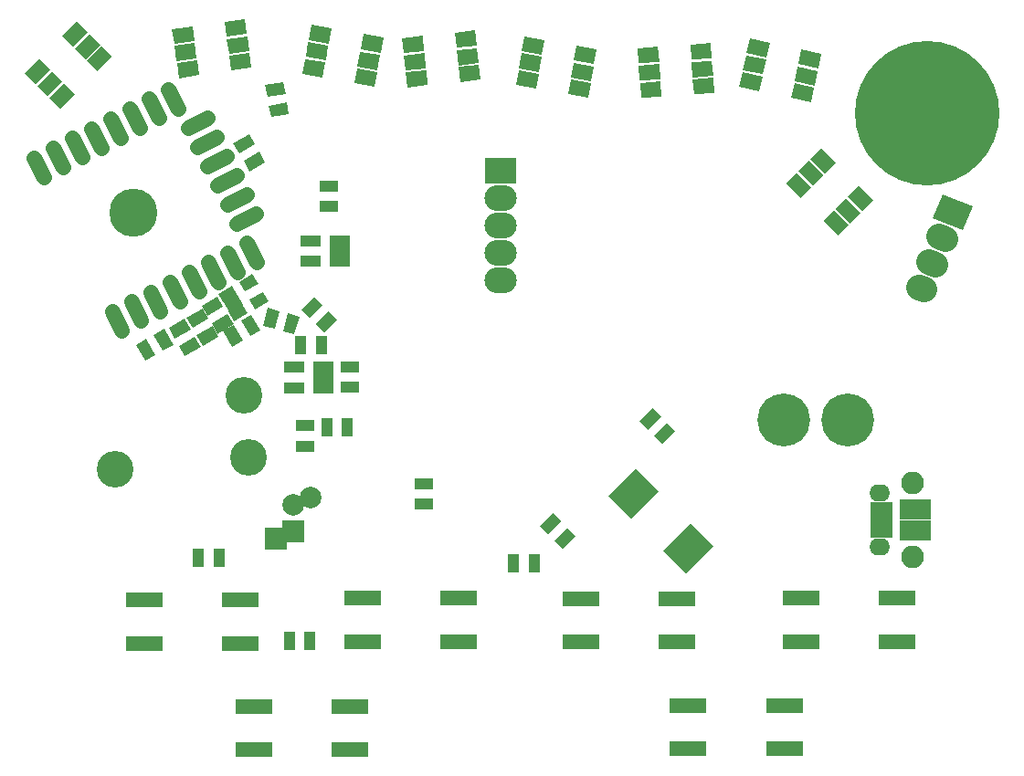
<source format=gts>
G04 #@! TF.FileFunction,Soldermask,Top*
%FSLAX46Y46*%
G04 Gerber Fmt 4.6, Leading zero omitted, Abs format (unit mm)*
G04 Created by KiCad (PCBNEW 4.0.7-e2-6376~58~ubuntu16.04.1) date Fri Apr 20 01:19:44 2018*
%MOMM*%
%LPD*%
G01*
G04 APERTURE LIST*
%ADD10C,0.100000*%
%ADD11C,4.464000*%
%ADD12R,1.100000X1.700000*%
%ADD13R,1.700000X1.100000*%
%ADD14C,1.400000*%
%ADD15C,2.400000*%
%ADD16R,2.000000X2.000000*%
%ADD17C,2.000000*%
%ADD18R,1.960000X1.050000*%
%ADD19R,3.500000X1.400000*%
%ADD20C,4.900000*%
%ADD21R,2.050000X0.800000*%
%ADD22O,1.900000X1.600000*%
%ADD23O,2.100000X2.100000*%
%ADD24R,2.900000X1.830000*%
%ADD25C,13.400000*%
%ADD26R,3.000000X2.400000*%
%ADD27O,3.000000X2.400000*%
%ADD28C,3.400000*%
G04 APERTURE END LIST*
D10*
D11*
X101080000Y-50100000D03*
D12*
X116590000Y-62410000D03*
X118490000Y-62410000D03*
D10*
G36*
X106013878Y-59845962D02*
X107486122Y-58995962D01*
X108036122Y-59948590D01*
X106563878Y-60798590D01*
X106013878Y-59845962D01*
X106013878Y-59845962D01*
G37*
G36*
X106963878Y-61491410D02*
X108436122Y-60641410D01*
X108986122Y-61594038D01*
X107513878Y-62444038D01*
X106963878Y-61491410D01*
X106963878Y-61491410D01*
G37*
D12*
X119020000Y-70000000D03*
X120920000Y-70000000D03*
D13*
X121170000Y-64400000D03*
X121170000Y-66300000D03*
D10*
G36*
X113306122Y-45414038D02*
X111833878Y-46264038D01*
X111283878Y-45311410D01*
X112756122Y-44461410D01*
X113306122Y-45414038D01*
X113306122Y-45414038D01*
G37*
G36*
X112356122Y-43768590D02*
X110883878Y-44618590D01*
X110333878Y-43665962D01*
X111806122Y-42815962D01*
X112356122Y-43768590D01*
X112356122Y-43768590D01*
G37*
D13*
X119220000Y-49510000D03*
X119220000Y-47610000D03*
D14*
X100012894Y-61041031D02*
X99104914Y-59259017D01*
X101794907Y-60133050D02*
X100886927Y-58351036D01*
X103576921Y-59225069D02*
X102668941Y-57443055D01*
X105358934Y-58317088D02*
X104450954Y-56535074D01*
X107140947Y-57409107D02*
X106232967Y-55627093D01*
X108922960Y-56501126D02*
X108014980Y-54719112D01*
X110704973Y-55593145D02*
X109796993Y-53811131D01*
X112486986Y-54685164D02*
X111579006Y-52903150D01*
X112453038Y-50213157D02*
X110671024Y-51121137D01*
X111545057Y-48431144D02*
X109763043Y-49339124D01*
X110637076Y-46649131D02*
X108855062Y-47557111D01*
X109729095Y-44867117D02*
X107947081Y-45775097D01*
X108821114Y-43085104D02*
X107039100Y-43993084D01*
X107913133Y-41303091D02*
X106131119Y-42211071D01*
X104315158Y-38647045D02*
X105223138Y-40429059D01*
X102533145Y-39555026D02*
X103441125Y-41337040D01*
X100751132Y-40463007D02*
X101659112Y-42245021D01*
X98969119Y-41370988D02*
X99877099Y-43153002D01*
X97187106Y-42278969D02*
X98095086Y-44060983D01*
X95405093Y-43186950D02*
X96313073Y-44968964D01*
X93623079Y-44094931D02*
X94531059Y-45876945D01*
X91841066Y-45002912D02*
X92749046Y-46784926D01*
D10*
G36*
X176068752Y-48395469D02*
X178850304Y-49519289D01*
X177951248Y-51744531D01*
X175169696Y-50620711D01*
X176068752Y-48395469D01*
X176068752Y-48395469D01*
G37*
D15*
X176336654Y-52537429D02*
X175780344Y-52312665D01*
X175385154Y-54892476D02*
X174828844Y-54667712D01*
X174433653Y-57247523D02*
X173877343Y-57022759D01*
D16*
X115900000Y-79680000D03*
D17*
X115900000Y-77180000D03*
D16*
X114300000Y-80350937D03*
D17*
X117500000Y-76509063D03*
D10*
G36*
X116448885Y-59727192D02*
X116008893Y-61369265D01*
X114946375Y-61084564D01*
X115386367Y-59442491D01*
X116448885Y-59727192D01*
X116448885Y-59727192D01*
G37*
G36*
X114613625Y-59235436D02*
X114173633Y-60877509D01*
X113111115Y-60592808D01*
X113551107Y-58950735D01*
X114613625Y-59235436D01*
X114613625Y-59235436D01*
G37*
G36*
X115507559Y-40949610D02*
X113833386Y-41244812D01*
X113642373Y-40161524D01*
X115316546Y-39866322D01*
X115507559Y-40949610D01*
X115507559Y-40949610D01*
G37*
G36*
X115177627Y-39078476D02*
X113503454Y-39373678D01*
X113312441Y-38290390D01*
X114986614Y-37995188D01*
X115177627Y-39078476D01*
X115177627Y-39078476D01*
G37*
D12*
X136320000Y-82600000D03*
X138220000Y-82600000D03*
D13*
X116960000Y-69840000D03*
X116960000Y-71740000D03*
X128020000Y-77150000D03*
X128020000Y-75250000D03*
D18*
X118720000Y-66320000D03*
X118720000Y-65370000D03*
X118720000Y-64420000D03*
X116020000Y-64420000D03*
X116020000Y-66320000D03*
X120210000Y-54590000D03*
X120210000Y-53640000D03*
X120210000Y-52690000D03*
X117510000Y-52690000D03*
X117510000Y-54590000D03*
D10*
G36*
X98100559Y-34622233D02*
X99090508Y-35612182D01*
X97747005Y-36955685D01*
X96757056Y-35965736D01*
X98100559Y-34622233D01*
X98100559Y-34622233D01*
G37*
G36*
X97004544Y-33526218D02*
X97994493Y-34516167D01*
X96650990Y-35859670D01*
X95661041Y-34869721D01*
X97004544Y-33526218D01*
X97004544Y-33526218D01*
G37*
G36*
X95837818Y-32359492D02*
X96827767Y-33349441D01*
X95484264Y-34692944D01*
X94494315Y-33702995D01*
X95837818Y-32359492D01*
X95837818Y-32359492D01*
G37*
G36*
X92372995Y-35824315D02*
X93362944Y-36814264D01*
X92019441Y-38157767D01*
X91029492Y-37167818D01*
X92372995Y-35824315D01*
X92372995Y-35824315D01*
G37*
G36*
X93504365Y-36955686D02*
X94494314Y-37945635D01*
X93150811Y-39289138D01*
X92160862Y-38299189D01*
X93504365Y-36955686D01*
X93504365Y-36955686D01*
G37*
G36*
X94635736Y-38087056D02*
X95625685Y-39077005D01*
X94282182Y-40420508D01*
X93292233Y-39430559D01*
X94635736Y-38087056D01*
X94635736Y-38087056D01*
G37*
G36*
X111842167Y-35288053D02*
X112037010Y-36674428D01*
X110155501Y-36938857D01*
X109960658Y-35552482D01*
X111842167Y-35288053D01*
X111842167Y-35288053D01*
G37*
G36*
X111626448Y-33753137D02*
X111821291Y-35139512D01*
X109939782Y-35403941D01*
X109744939Y-34017566D01*
X111626448Y-33753137D01*
X111626448Y-33753137D01*
G37*
G36*
X111396813Y-32119195D02*
X111591656Y-33505570D01*
X109710147Y-33769999D01*
X109515304Y-32383624D01*
X111396813Y-32119195D01*
X111396813Y-32119195D01*
G37*
G36*
X106544499Y-32801143D02*
X106739342Y-34187518D01*
X104857833Y-34451947D01*
X104662990Y-33065572D01*
X106544499Y-32801143D01*
X106544499Y-32801143D01*
G37*
G36*
X106767176Y-34385572D02*
X106962019Y-35771947D01*
X105080510Y-36036376D01*
X104885667Y-34650001D01*
X106767176Y-34385572D01*
X106767176Y-34385572D01*
G37*
G36*
X106989853Y-35970001D02*
X107184696Y-37356376D01*
X105303187Y-37620805D01*
X105108344Y-36234430D01*
X106989853Y-35970001D01*
X106989853Y-35970001D01*
G37*
G36*
X123702063Y-37026730D02*
X123458956Y-38405461D01*
X121587821Y-38075530D01*
X121830928Y-36696799D01*
X123702063Y-37026730D01*
X123702063Y-37026730D01*
G37*
G36*
X123971218Y-35500278D02*
X123728111Y-36879009D01*
X121856976Y-36549078D01*
X122100083Y-35170347D01*
X123971218Y-35500278D01*
X123971218Y-35500278D01*
G37*
G36*
X124257737Y-33875346D02*
X124014630Y-35254077D01*
X122143495Y-34924146D01*
X122386602Y-33545415D01*
X124257737Y-33875346D01*
X124257737Y-33875346D01*
G37*
G36*
X119432179Y-33024470D02*
X119189072Y-34403201D01*
X117317937Y-34073270D01*
X117561044Y-32694539D01*
X119432179Y-33024470D01*
X119432179Y-33024470D01*
G37*
G36*
X119154342Y-34600162D02*
X118911235Y-35978893D01*
X117040100Y-35648962D01*
X117283207Y-34270231D01*
X119154342Y-34600162D01*
X119154342Y-34600162D01*
G37*
G36*
X118876505Y-36175854D02*
X118633398Y-37554585D01*
X116762263Y-37224654D01*
X117005370Y-35845923D01*
X118876505Y-36175854D01*
X118876505Y-36175854D01*
G37*
G36*
X133095450Y-36389673D02*
X133241790Y-37782003D01*
X131352198Y-37980607D01*
X131205858Y-36588277D01*
X133095450Y-36389673D01*
X133095450Y-36389673D01*
G37*
G36*
X132933431Y-34848164D02*
X133079771Y-36240494D01*
X131190179Y-36439098D01*
X131043839Y-35046768D01*
X132933431Y-34848164D01*
X132933431Y-34848164D01*
G37*
G36*
X132760959Y-33207203D02*
X132907299Y-34599533D01*
X131017707Y-34798137D01*
X130871367Y-33405807D01*
X132760959Y-33207203D01*
X132760959Y-33207203D01*
G37*
G36*
X127887802Y-33719393D02*
X128034142Y-35111723D01*
X126144550Y-35310327D01*
X125998210Y-33917997D01*
X127887802Y-33719393D01*
X127887802Y-33719393D01*
G37*
G36*
X128055047Y-35310628D02*
X128201387Y-36702958D01*
X126311795Y-36901562D01*
X126165455Y-35509232D01*
X128055047Y-35310628D01*
X128055047Y-35310628D01*
G37*
G36*
X128222293Y-36901863D02*
X128368633Y-38294193D01*
X126479041Y-38492797D01*
X126332701Y-37100467D01*
X128222293Y-36901863D01*
X128222293Y-36901863D01*
G37*
G36*
X143472063Y-38086730D02*
X143228956Y-39465461D01*
X141357821Y-39135530D01*
X141600928Y-37756799D01*
X143472063Y-38086730D01*
X143472063Y-38086730D01*
G37*
G36*
X143741218Y-36560278D02*
X143498111Y-37939009D01*
X141626976Y-37609078D01*
X141870083Y-36230347D01*
X143741218Y-36560278D01*
X143741218Y-36560278D01*
G37*
G36*
X144027737Y-34935346D02*
X143784630Y-36314077D01*
X141913495Y-35984146D01*
X142156602Y-34605415D01*
X144027737Y-34935346D01*
X144027737Y-34935346D01*
G37*
G36*
X139202179Y-34084470D02*
X138959072Y-35463201D01*
X137087937Y-35133270D01*
X137331044Y-33754539D01*
X139202179Y-34084470D01*
X139202179Y-34084470D01*
G37*
G36*
X138924342Y-35660162D02*
X138681235Y-37038893D01*
X136810100Y-36708962D01*
X137053207Y-35330231D01*
X138924342Y-35660162D01*
X138924342Y-35660162D01*
G37*
G36*
X138646505Y-37235854D02*
X138403398Y-38614585D01*
X136532263Y-38284654D01*
X136775370Y-36905923D01*
X138646505Y-37235854D01*
X138646505Y-37235854D01*
G37*
G36*
X154824498Y-37580636D02*
X154922157Y-38977225D01*
X153026786Y-39109762D01*
X152929127Y-37713173D01*
X154824498Y-37580636D01*
X154824498Y-37580636D01*
G37*
G36*
X154716376Y-36034412D02*
X154814035Y-37431001D01*
X152918664Y-37563538D01*
X152821005Y-36166949D01*
X154716376Y-36034412D01*
X154716376Y-36034412D01*
G37*
G36*
X154601278Y-34388431D02*
X154698937Y-35785020D01*
X152803566Y-35917557D01*
X152705907Y-34520968D01*
X154601278Y-34388431D01*
X154601278Y-34388431D01*
G37*
G36*
X149713214Y-34730238D02*
X149810873Y-36126827D01*
X147915502Y-36259364D01*
X147817843Y-34862775D01*
X149713214Y-34730238D01*
X149713214Y-34730238D01*
G37*
G36*
X149824824Y-36326340D02*
X149922483Y-37722929D01*
X148027112Y-37855466D01*
X147929453Y-36458877D01*
X149824824Y-36326340D01*
X149824824Y-36326340D01*
G37*
G36*
X149936434Y-37922443D02*
X150034093Y-39319032D01*
X148138722Y-39451569D01*
X148041063Y-38054980D01*
X149936434Y-37922443D01*
X149936434Y-37922443D01*
G37*
G36*
X164198581Y-38492233D02*
X163907505Y-39861639D01*
X162049025Y-39466607D01*
X162340101Y-38097201D01*
X164198581Y-38492233D01*
X164198581Y-38492233D01*
G37*
G36*
X164520844Y-36976104D02*
X164229768Y-38345510D01*
X162371288Y-37950478D01*
X162662364Y-36581072D01*
X164520844Y-36976104D01*
X164520844Y-36976104D01*
G37*
G36*
X164863898Y-35362160D02*
X164572822Y-36731566D01*
X162714342Y-36336534D01*
X163005418Y-34967128D01*
X164863898Y-35362160D01*
X164863898Y-35362160D01*
G37*
G36*
X160070975Y-34343393D02*
X159779899Y-35712799D01*
X157921419Y-35317767D01*
X158212495Y-33948361D01*
X160070975Y-34343393D01*
X160070975Y-34343393D01*
G37*
G36*
X159738316Y-35908429D02*
X159447240Y-37277835D01*
X157588760Y-36882803D01*
X157879836Y-35513397D01*
X159738316Y-35908429D01*
X159738316Y-35908429D01*
G37*
G36*
X159405658Y-37473466D02*
X159114582Y-38842872D01*
X157256102Y-38447840D01*
X157547178Y-37078434D01*
X159405658Y-37473466D01*
X159405658Y-37473466D01*
G37*
G36*
X167387767Y-51200559D02*
X166397818Y-52190508D01*
X165054315Y-50847005D01*
X166044264Y-49857056D01*
X167387767Y-51200559D01*
X167387767Y-51200559D01*
G37*
G36*
X168483782Y-50104544D02*
X167493833Y-51094493D01*
X166150330Y-49750990D01*
X167140279Y-48761041D01*
X168483782Y-50104544D01*
X168483782Y-50104544D01*
G37*
G36*
X169650508Y-48937818D02*
X168660559Y-49927767D01*
X167317056Y-48584264D01*
X168307005Y-47594315D01*
X169650508Y-48937818D01*
X169650508Y-48937818D01*
G37*
G36*
X166185685Y-45472995D02*
X165195736Y-46462944D01*
X163852233Y-45119441D01*
X164842182Y-44129492D01*
X166185685Y-45472995D01*
X166185685Y-45472995D01*
G37*
G36*
X165054314Y-46604365D02*
X164064365Y-47594314D01*
X162720862Y-46250811D01*
X163710811Y-45260862D01*
X165054314Y-46604365D01*
X165054314Y-46604365D01*
G37*
G36*
X163922944Y-47735736D02*
X162932995Y-48725685D01*
X161589492Y-47382182D01*
X162579441Y-46392233D01*
X163922944Y-47735736D01*
X163922944Y-47735736D01*
G37*
D19*
X102055000Y-86040000D03*
X102055000Y-90040000D03*
X110965000Y-90040000D03*
X110965000Y-86040000D03*
X112275000Y-95930000D03*
X112275000Y-99930000D03*
X121185000Y-99930000D03*
X121185000Y-95930000D03*
X122335000Y-85870000D03*
X122335000Y-89870000D03*
X131245000Y-89870000D03*
X131245000Y-85870000D03*
X142535000Y-85930000D03*
X142535000Y-89930000D03*
X151445000Y-89930000D03*
X151445000Y-85930000D03*
X162955000Y-85860000D03*
X162955000Y-89860000D03*
X171865000Y-89860000D03*
X171865000Y-85860000D03*
X152515000Y-95840000D03*
X152515000Y-99840000D03*
X161425000Y-99840000D03*
X161425000Y-95840000D03*
D20*
X167330000Y-69340000D03*
X161330000Y-69340000D03*
D21*
X170410000Y-79900000D03*
X170410000Y-79250000D03*
X170410000Y-78600000D03*
X170410000Y-77950000D03*
X170410000Y-77300000D03*
D22*
X170290000Y-81120000D03*
X170290000Y-76080000D03*
D23*
X173290000Y-82050000D03*
X173290000Y-75150000D03*
D24*
X173530000Y-79560000D03*
X173530000Y-77640000D03*
D10*
G36*
X150192132Y-81467716D02*
X152737716Y-78922132D01*
X154859036Y-81043452D01*
X152313452Y-83589036D01*
X150192132Y-81467716D01*
X150192132Y-81467716D01*
G37*
G36*
X145100964Y-76376548D02*
X147646548Y-73830964D01*
X149767868Y-75952284D01*
X147222284Y-78497868D01*
X145100964Y-76376548D01*
X145100964Y-76376548D01*
G37*
G36*
X147998300Y-69450381D02*
X149200381Y-68248300D01*
X149978198Y-69026117D01*
X148776117Y-70228198D01*
X147998300Y-69450381D01*
X147998300Y-69450381D01*
G37*
G36*
X149341802Y-70793883D02*
X150543883Y-69591802D01*
X151321700Y-70369619D01*
X150119619Y-71571700D01*
X149341802Y-70793883D01*
X149341802Y-70793883D01*
G37*
D25*
X174680000Y-40850000D03*
D26*
X135128000Y-46228000D03*
D27*
X135128000Y-48768000D03*
X135128000Y-51308000D03*
X135128000Y-53848000D03*
X135128000Y-56388000D03*
D28*
X99420515Y-73880000D03*
X111285064Y-67030000D03*
X111720000Y-72783332D03*
D12*
X107120000Y-82140000D03*
X109020000Y-82140000D03*
X115560000Y-89840000D03*
X117460000Y-89840000D03*
D10*
G36*
X142091700Y-80089619D02*
X140889619Y-81291700D01*
X140111802Y-80513883D01*
X141313883Y-79311802D01*
X142091700Y-80089619D01*
X142091700Y-80089619D01*
G37*
G36*
X140748198Y-78746117D02*
X139546117Y-79948198D01*
X138768300Y-79170381D01*
X139970381Y-77968300D01*
X140748198Y-78746117D01*
X140748198Y-78746117D01*
G37*
G36*
X102185962Y-63846122D02*
X101335962Y-62373878D01*
X102288590Y-61823878D01*
X103138590Y-63296122D01*
X102185962Y-63846122D01*
X102185962Y-63846122D01*
G37*
G36*
X103831410Y-62896122D02*
X102981410Y-61423878D01*
X103934038Y-60873878D01*
X104784038Y-62346122D01*
X103831410Y-62896122D01*
X103831410Y-62896122D01*
G37*
G36*
X110366122Y-60474038D02*
X108893878Y-61324038D01*
X108343878Y-60371410D01*
X109816122Y-59521410D01*
X110366122Y-60474038D01*
X110366122Y-60474038D01*
G37*
G36*
X109416122Y-58828590D02*
X107943878Y-59678590D01*
X107393878Y-58725962D01*
X108866122Y-57875962D01*
X109416122Y-58828590D01*
X109416122Y-58828590D01*
G37*
G36*
X104353878Y-60805962D02*
X105826122Y-59955962D01*
X106376122Y-60908590D01*
X104903878Y-61758590D01*
X104353878Y-60805962D01*
X104353878Y-60805962D01*
G37*
G36*
X105303878Y-62451410D02*
X106776122Y-61601410D01*
X107326122Y-62554038D01*
X105853878Y-63404038D01*
X105303878Y-62451410D01*
X105303878Y-62451410D01*
G37*
G36*
X112014038Y-59553878D02*
X112864038Y-61026122D01*
X111911410Y-61576122D01*
X111061410Y-60103878D01*
X112014038Y-59553878D01*
X112014038Y-59553878D01*
G37*
G36*
X110368590Y-60503878D02*
X111218590Y-61976122D01*
X110265962Y-62526122D01*
X109415962Y-61053878D01*
X110368590Y-60503878D01*
X110368590Y-60503878D01*
G37*
G36*
X109482673Y-58526939D02*
X108957673Y-57617613D01*
X110222071Y-56887613D01*
X110747071Y-57796939D01*
X109482673Y-58526939D01*
X109482673Y-58526939D01*
G37*
G36*
X109957673Y-59349663D02*
X109432673Y-58440337D01*
X110697071Y-57710337D01*
X111222071Y-58619663D01*
X109957673Y-59349663D01*
X109957673Y-59349663D01*
G37*
G36*
X110432673Y-60172387D02*
X109907673Y-59263061D01*
X111172071Y-58533061D01*
X111697071Y-59442387D01*
X110432673Y-60172387D01*
X110432673Y-60172387D01*
G37*
G36*
X112337929Y-59072387D02*
X111812929Y-58163061D01*
X113077327Y-57433061D01*
X113602327Y-58342387D01*
X112337929Y-59072387D01*
X112337929Y-59072387D01*
G37*
G36*
X111387929Y-57426939D02*
X110862929Y-56517613D01*
X112127327Y-55787613D01*
X112652327Y-56696939D01*
X111387929Y-57426939D01*
X111387929Y-57426939D01*
G37*
G36*
X116618300Y-59080381D02*
X117820381Y-57878300D01*
X118598198Y-58656117D01*
X117396117Y-59858198D01*
X116618300Y-59080381D01*
X116618300Y-59080381D01*
G37*
G36*
X117961802Y-60423883D02*
X119163883Y-59221802D01*
X119941700Y-59999619D01*
X118739619Y-61201700D01*
X117961802Y-60423883D01*
X117961802Y-60423883D01*
G37*
M02*

</source>
